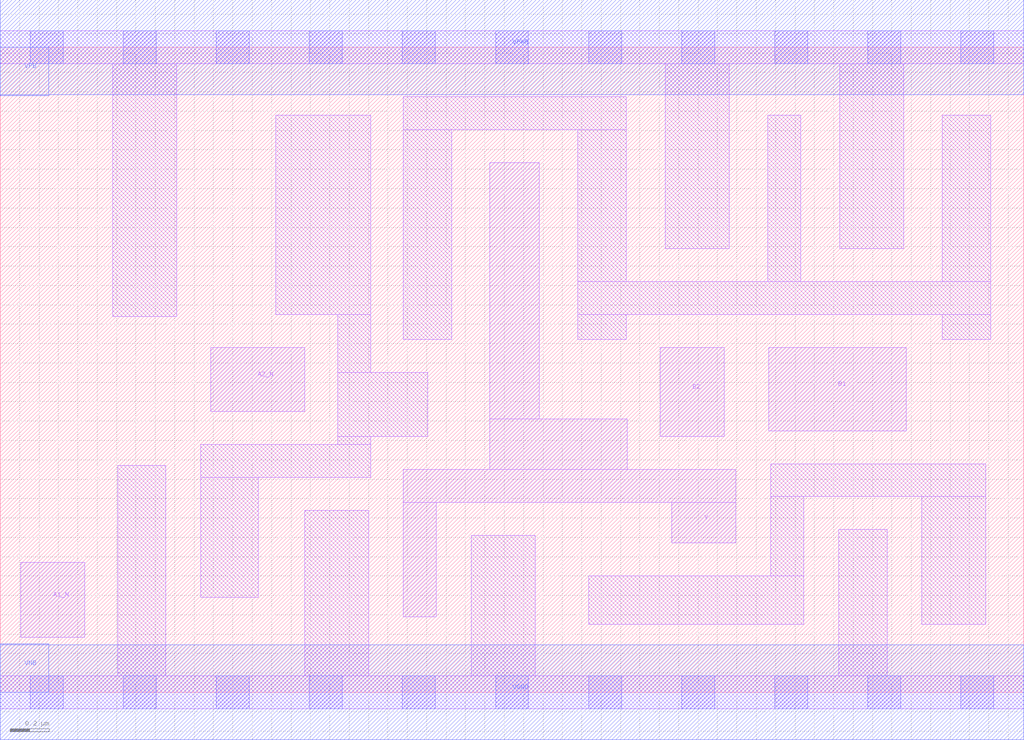
<source format=lef>
# Copyright 2020 The SkyWater PDK Authors
#
# Licensed under the Apache License, Version 2.0 (the "License");
# you may not use this file except in compliance with the License.
# You may obtain a copy of the License at
#
#     https://www.apache.org/licenses/LICENSE-2.0
#
# Unless required by applicable law or agreed to in writing, software
# distributed under the License is distributed on an "AS IS" BASIS,
# WITHOUT WARRANTIES OR CONDITIONS OF ANY KIND, either express or implied.
# See the License for the specific language governing permissions and
# limitations under the License.
#
# SPDX-License-Identifier: Apache-2.0

VERSION 5.5 ;
NAMESCASESENSITIVE ON ;
BUSBITCHARS "[]" ;
DIVIDERCHAR "/" ;
MACRO sky130_fd_sc_hs__a2bb2oi_2
  CLASS CORE ;
  SOURCE USER ;
  ORIGIN  0.000000  0.000000 ;
  SIZE  5.280000 BY  3.330000 ;
  SYMMETRY X Y ;
  SITE unit ;
  PIN A1_N
    ANTENNAGATEAREA  0.246000 ;
    DIRECTION INPUT ;
    USE SIGNAL ;
    PORT
      LAYER li1 ;
        RECT 0.105000 0.285000 0.435000 0.670000 ;
    END
  END A1_N
  PIN A2_N
    ANTENNAGATEAREA  0.246000 ;
    DIRECTION INPUT ;
    USE SIGNAL ;
    PORT
      LAYER li1 ;
        RECT 1.085000 1.450000 1.570000 1.780000 ;
    END
  END A2_N
  PIN B1
    ANTENNAGATEAREA  0.558000 ;
    DIRECTION INPUT ;
    USE SIGNAL ;
    PORT
      LAYER li1 ;
        RECT 3.965000 1.350000 4.675000 1.780000 ;
    END
  END B1
  PIN B2
    ANTENNAGATEAREA  0.558000 ;
    DIRECTION INPUT ;
    USE SIGNAL ;
    PORT
      LAYER li1 ;
        RECT 3.405000 1.320000 3.735000 1.780000 ;
    END
  END B2
  PIN Y
    ANTENNADIFFAREA  0.750400 ;
    DIRECTION OUTPUT ;
    USE SIGNAL ;
    PORT
      LAYER li1 ;
        RECT 2.080000 0.390000 2.250000 0.980000 ;
        RECT 2.080000 0.980000 3.795000 1.150000 ;
        RECT 2.525000 1.150000 3.235000 1.410000 ;
        RECT 2.525000 1.410000 2.780000 2.735000 ;
        RECT 3.465000 0.770000 3.795000 0.980000 ;
    END
  END Y
  PIN VGND
    DIRECTION INOUT ;
    USE GROUND ;
    PORT
      LAYER met1 ;
        RECT 0.000000 -0.245000 5.280000 0.245000 ;
    END
  END VGND
  PIN VNB
    DIRECTION INOUT ;
    USE GROUND ;
    PORT
      LAYER met1 ;
        RECT 0.000000 0.000000 0.250000 0.250000 ;
    END
  END VNB
  PIN VPB
    DIRECTION INOUT ;
    USE POWER ;
    PORT
      LAYER met1 ;
        RECT 0.000000 3.080000 0.250000 3.330000 ;
    END
  END VPB
  PIN VPWR
    DIRECTION INOUT ;
    USE POWER ;
    PORT
      LAYER met1 ;
        RECT 0.000000 3.085000 5.280000 3.575000 ;
    END
  END VPWR
  OBS
    LAYER li1 ;
      RECT 0.000000 -0.085000 5.280000 0.085000 ;
      RECT 0.000000  3.245000 5.280000 3.415000 ;
      RECT 0.580000  1.940000 0.910000 3.245000 ;
      RECT 0.605000  0.085000 0.855000 1.170000 ;
      RECT 1.035000  0.490000 1.330000 1.110000 ;
      RECT 1.035000  1.110000 1.910000 1.280000 ;
      RECT 1.420000  1.950000 1.910000 2.980000 ;
      RECT 1.570000  0.085000 1.900000 0.940000 ;
      RECT 1.740000  1.280000 1.910000 1.320000 ;
      RECT 1.740000  1.320000 2.205000 1.650000 ;
      RECT 1.740000  1.650000 1.910000 1.950000 ;
      RECT 2.080000  1.820000 2.330000 2.905000 ;
      RECT 2.080000  2.905000 3.230000 3.075000 ;
      RECT 2.430000  0.085000 2.760000 0.810000 ;
      RECT 2.980000  1.820000 3.230000 1.950000 ;
      RECT 2.980000  1.950000 5.110000 2.120000 ;
      RECT 2.980000  2.120000 3.230000 2.905000 ;
      RECT 3.035000  0.350000 4.145000 0.600000 ;
      RECT 3.430000  2.290000 3.760000 3.245000 ;
      RECT 3.960000  2.120000 4.130000 2.980000 ;
      RECT 3.975000  0.600000 4.145000 1.010000 ;
      RECT 3.975000  1.010000 5.085000 1.180000 ;
      RECT 4.325000  0.085000 4.575000 0.840000 ;
      RECT 4.330000  2.290000 4.660000 3.245000 ;
      RECT 4.755000  0.350000 5.085000 1.010000 ;
      RECT 4.860000  1.820000 5.110000 1.950000 ;
      RECT 4.860000  2.120000 5.110000 2.980000 ;
    LAYER mcon ;
      RECT 0.155000 -0.085000 0.325000 0.085000 ;
      RECT 0.155000  3.245000 0.325000 3.415000 ;
      RECT 0.635000 -0.085000 0.805000 0.085000 ;
      RECT 0.635000  3.245000 0.805000 3.415000 ;
      RECT 1.115000 -0.085000 1.285000 0.085000 ;
      RECT 1.115000  3.245000 1.285000 3.415000 ;
      RECT 1.595000 -0.085000 1.765000 0.085000 ;
      RECT 1.595000  3.245000 1.765000 3.415000 ;
      RECT 2.075000 -0.085000 2.245000 0.085000 ;
      RECT 2.075000  3.245000 2.245000 3.415000 ;
      RECT 2.555000 -0.085000 2.725000 0.085000 ;
      RECT 2.555000  3.245000 2.725000 3.415000 ;
      RECT 3.035000 -0.085000 3.205000 0.085000 ;
      RECT 3.035000  3.245000 3.205000 3.415000 ;
      RECT 3.515000 -0.085000 3.685000 0.085000 ;
      RECT 3.515000  3.245000 3.685000 3.415000 ;
      RECT 3.995000 -0.085000 4.165000 0.085000 ;
      RECT 3.995000  3.245000 4.165000 3.415000 ;
      RECT 4.475000 -0.085000 4.645000 0.085000 ;
      RECT 4.475000  3.245000 4.645000 3.415000 ;
      RECT 4.955000 -0.085000 5.125000 0.085000 ;
      RECT 4.955000  3.245000 5.125000 3.415000 ;
  END
END sky130_fd_sc_hs__a2bb2oi_2
END LIBRARY

</source>
